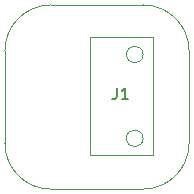
<source format=gbr>
%TF.GenerationSoftware,KiCad,Pcbnew,4.0.5-e0-6337~49~ubuntu16.04.1*%
%TF.CreationDate,2017-01-21T21:27:09-08:00*%
%TF.ProjectId,2x2-USB-Power-Connector,3278322D5553422D506F7765722D436F,1.0*%
%TF.FileFunction,Other,Fab,Top*%
%FSLAX46Y46*%
G04 Gerber Fmt 4.6, Leading zero omitted, Abs format (unit mm)*
G04 Created by KiCad (PCBNEW 4.0.5-e0-6337~49~ubuntu16.04.1) date Sat Jan 21 21:27:09 2017*
%MOMM*%
%LPD*%
G01*
G04 APERTURE LIST*
%ADD10C,0.350000*%
%ADD11C,0.100000*%
%ADD12C,0.050000*%
%ADD13C,0.040640*%
%ADD14C,0.150000*%
G04 APERTURE END LIST*
D10*
D11*
X138895907Y-95452880D02*
G75*
G03X138895907Y-95452880I-707107J0D01*
G01*
D12*
X139688800Y-104002880D02*
X134438800Y-104002880D01*
X139688800Y-94002880D02*
X139688800Y-104002880D01*
X134438800Y-94002880D02*
X139688800Y-94002880D01*
X134438800Y-104002880D02*
X134438800Y-94002880D01*
D13*
X138888800Y-91252880D02*
X131088800Y-91252880D01*
X138888800Y-106852880D02*
X131088800Y-106852880D01*
X142788800Y-102952880D02*
X142788800Y-95152880D01*
X127188800Y-102952880D02*
X127188800Y-95152880D01*
X142788800Y-95152880D02*
G75*
G03X138888800Y-91252880I-3900000J0D01*
G01*
X138888800Y-106852880D02*
G75*
G03X142788800Y-102952880I0J3900000D01*
G01*
X127188800Y-102952880D02*
G75*
G03X131088800Y-106852880I3900000J0D01*
G01*
X131088800Y-91252880D02*
G75*
G03X127188800Y-95152880I0J-3900000D01*
G01*
D11*
X138895907Y-102552880D02*
G75*
G03X138895907Y-102552880I-707107J0D01*
G01*
D14*
X136655467Y-98255261D02*
X136655467Y-98969547D01*
X136607847Y-99112404D01*
X136512609Y-99207642D01*
X136369752Y-99255261D01*
X136274514Y-99255261D01*
X137655467Y-99255261D02*
X137084038Y-99255261D01*
X137369752Y-99255261D02*
X137369752Y-98255261D01*
X137274514Y-98398118D01*
X137179276Y-98493356D01*
X137084038Y-98540975D01*
M02*

</source>
